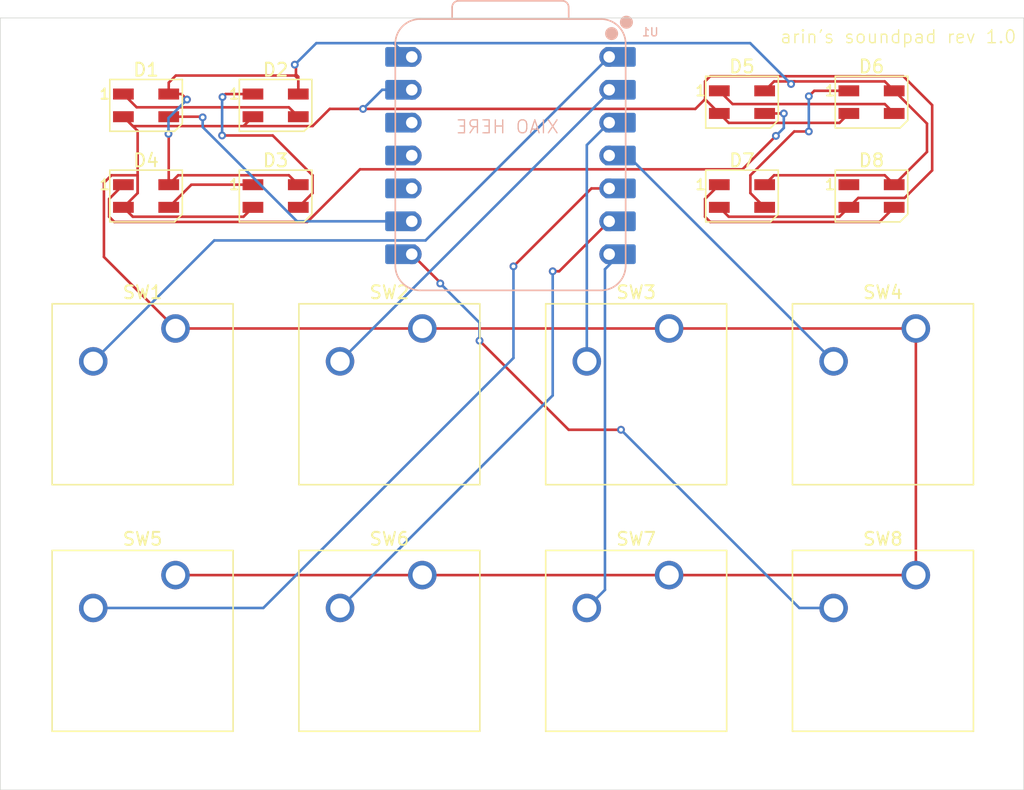
<source format=kicad_pcb>
(kicad_pcb (version 20241229) (generator "pcbnew") (generator_version "9.0")
  (layers (0 "F.Cu" signal) (2 "B.Cu" signal) (13 "F.Paste" user) (15 "B.Paste" user) (5 "F.SilkS" user "F.Silkscreen") (7 "B.SilkS" user "B.Silkscreen") (1 "F.Mask" user) (3 "B.Mask" user) (25 "Edge.Cuts" user))
  (net 0 "")
  (net 1 "VCC")
  (net 2 "Net-(D1-DOUT)")
  (net 3 "GND")
  (net 4 "Net-(D1-DIN)")
  (net 5 "Net-(D2-DOUT)")
  (net 6 "Net-(D3-DOUT)")
  (net 7 "Net-(D4-DOUT)")
  (net 8 "Net-(D5-DOUT)")
  (net 9 "Net-(D6-DOUT)")
  (net 10 "Net-(D7-DOUT)")
  (net 12 "Net-(U1-GPIO26{slash}ADC0{slash}A0)")
  (net 13 "Net-(U1-GPIO27{slash}ADC1{slash}A1)")
  (net 14 "Net-(U1-GPIO28{slash}ADC2{slash}A2)")
  (net 15 "Net-(U1-GPIO29{slash}ADC3{slash}A3)")
  (net 16 "Net-(U1-GPIO6{slash}SDA)")
  (net 17 "Net-(U1-GPIO7{slash}SCL)")
  (net 18 "Net-(U1-GPIO0{slash}TX)")
  (net 19 "Net-(U1-GPIO1{slash}RX)")
  (footprint "Button_Switch_Keyboard:SW_Cherry_MX_1.00u_PCB" (layer "F.Cu") (at 135.5725 66.3575)
    (property "Reference" "SW2" (at -2.54 -2.794 0) (layer "F.SilkS"))
    (property "Value" "SW_Push")
    (fp_line (start -9.525 -1.905) (end 4.445 -1.905) (stroke (width 0.12)) (layer "F.SilkS"))
    (fp_line (start -9.525 12.065) (end -9.525 -1.905) (stroke (width 0.12)) (layer "F.SilkS"))
    (fp_line (start 4.445 -1.905) (end 4.445 12.065) (stroke (width 0.12)) (layer "F.SilkS"))
    (fp_line (start 4.445 12.065) (end -9.525 12.065) (stroke (width 0.12)) (layer "F.SilkS"))
    (pad "" np_thru_hole circle (at -7.62 5.08) (size 1.7 1.7) (drill 1.7) (layers "*.Cu" "*.Mask"))
    (pad "" np_thru_hole circle (at -2.54 5.08) (size 4 4) (drill 4) (layers "*.Cu" "*.Mask"))
    (pad "" np_thru_hole circle (at 2.54 5.08) (size 1.7 1.7) (drill 1.7) (layers "*.Cu" "*.Mask"))
    (pad "1" thru_hole circle (at 0 0) (size 2.2 2.2) (drill 1.5) (layers "*.Cu" "*.Mask") (net 3 "GND"))
    (pad "2" thru_hole circle (at -6.35 2.54) (size 2.2 2.2) (drill 1.5) (layers "*.Cu" "*.Mask") (net 13 "Net-(U1-GPIO27{slash}ADC1{slash}A1)"))
  )
  (footprint "LED_SMD:LED_SK6812MINI_PLCC4_3.5x3.5mm_P1.75mm" (layer "F.Cu") (at 124.25 49.125)
    (property "Reference" "D2" (at 0 -2.75 0) (layer "F.SilkS"))
    (property "Value" "SK6812MINI")
    (fp_line (start -2.8 -2) (end -2.8 2) (stroke (width 0.12)) (layer "F.SilkS"))
    (fp_line (start -2.8 -2) (end 2.8 -2) (stroke (width 0.12)) (layer "F.SilkS"))
    (fp_line (start -2.8 2) (end 2.2 2) (stroke (width 0.12)) (layer "F.SilkS"))
    (fp_line (start 2.8 1.4) (end 2.2 2) (stroke (width 0.12)) (layer "F.SilkS"))
    (fp_line (start 2.8 1.4) (end 2.8 -2) (stroke (width 0.12)) (layer "F.SilkS"))
    (fp_text user "1" (at -3.2 -0.875 0) (layer "F.SilkS") (effects (font (size 0.8 0.8))))
    (pad "1" smd rect (at -1.75 -0.875) (size 1.6 0.85) (layers "F.Cu" "F.Mask" "F.Paste") (net 5 "Net-(D2-DOUT)"))
    (pad "2" smd rect (at -1.75 0.875) (size 1.6 0.85) (layers "F.Cu" "F.Mask" "F.Paste") (net 3 "GND"))
    (pad "3" smd rect (at 1.75 0.875) (size 1.6 0.85) (layers "F.Cu" "F.Mask" "F.Paste") (net 2 "Net-(D1-DOUT)"))
    (pad "4" smd rect (at 1.75 -0.875) (size 1.6 0.85) (layers "F.Cu" "F.Mask" "F.Paste") (net 1 "VCC"))
  )
  (footprint "LED_SMD:LED_SK6812MINI_PLCC4_3.5x3.5mm_P1.75mm" (layer "F.Cu") (at 170.25 48.875)
    (property "Reference" "D6" (at 0 -2.75 0) (layer "F.SilkS"))
    (property "Value" "SK6812MINI")
    (fp_line (start -2.8 -2) (end -2.8 2) (stroke (width 0.12)) (layer "F.SilkS"))
    (fp_line (start -2.8 -2) (end 2.8 -2) (stroke (width 0.12)) (layer "F.SilkS"))
    (fp_line (start -2.8 2) (end 2.2 2) (stroke (width 0.12)) (layer "F.SilkS"))
    (fp_line (start 2.8 1.4) (end 2.2 2) (stroke (width 0.12)) (layer "F.SilkS"))
    (fp_line (start 2.8 1.4) (end 2.8 -2) (stroke (width 0.12)) (layer "F.SilkS"))
    (fp_text user "1" (at -3.2 -0.875 0) (layer "F.SilkS") (effects (font (size 0.8 0.8))))
    (pad "1" smd rect (at -1.75 -0.875) (size 1.6 0.85) (layers "F.Cu" "F.Mask" "F.Paste") (net 9 "Net-(D6-DOUT)"))
    (pad "2" smd rect (at -1.75 0.875) (size 1.6 0.85) (layers "F.Cu" "F.Mask" "F.Paste") (net 3 "GND"))
    (pad "3" smd rect (at 1.75 0.875) (size 1.6 0.85) (layers "F.Cu" "F.Mask" "F.Paste") (net 8 "Net-(D5-DOUT)"))
    (pad "4" smd rect (at 1.75 -0.875) (size 1.6 0.85) (layers "F.Cu" "F.Mask" "F.Paste") (net 1 "VCC"))
  )
  (footprint "LED_SMD:LED_SK6812MINI_PLCC4_3.5x3.5mm_P1.75mm" (layer "F.Cu") (at 170.25 56.125)
    (property "Reference" "D8" (at 0 -2.75 0) (layer "F.SilkS"))
    (property "Value" "SK6812MINI")
    (fp_line (start -2.8 -2) (end -2.8 2) (stroke (width 0.12)) (layer "F.SilkS"))
    (fp_line (start -2.8 -2) (end 2.8 -2) (stroke (width 0.12)) (layer "F.SilkS"))
    (fp_line (start -2.8 2) (end 2.2 2) (stroke (width 0.12)) (layer "F.SilkS"))
    (fp_line (start 2.8 1.4) (end 2.2 2) (stroke (width 0.12)) (layer "F.SilkS"))
    (fp_line (start 2.8 1.4) (end 2.8 -2) (stroke (width 0.12)) (layer "F.SilkS"))
    (fp_text user "1" (at -3.2 -0.875 0) (layer "F.SilkS") (effects (font (size 0.8 0.8))))
    (pad "1" smd rect (at -1.75 -0.875) (size 1.6 0.85) (layers "F.Cu" "F.Mask" "F.Paste"))
    (pad "2" smd rect (at -1.75 0.875) (size 1.6 0.85) (layers "F.Cu" "F.Mask" "F.Paste") (net 3 "GND"))
    (pad "3" smd rect (at 1.75 0.875) (size 1.6 0.85) (layers "F.Cu" "F.Mask" "F.Paste") (net 10 "Net-(D7-DOUT)"))
    (pad "4" smd rect (at 1.75 -0.875) (size 1.6 0.85) (layers "F.Cu" "F.Mask" "F.Paste") (net 1 "VCC"))
  )
  (footprint "Button_Switch_Keyboard:SW_Cherry_MX_1.00u_PCB" (layer "F.Cu") (at 173.6725 66.3575)
    (property "Reference" "SW4" (at -2.54 -2.794 0) (layer "F.SilkS"))
    (property "Value" "SW_Push")
    (fp_line (start -9.525 -1.905) (end 4.445 -1.905) (stroke (width 0.12)) (layer "F.SilkS"))
    (fp_line (start -9.525 12.065) (end -9.525 -1.905) (stroke (width 0.12)) (layer "F.SilkS"))
    (fp_line (start 4.445 -1.905) (end 4.445 12.065) (stroke (width 0.12)) (layer "F.SilkS"))
    (fp_line (start 4.445 12.065) (end -9.525 12.065) (stroke (width 0.12)) (layer "F.SilkS"))
    (pad "" np_thru_hole circle (at -7.62 5.08) (size 1.7 1.7) (drill 1.7) (layers "*.Cu" "*.Mask"))
    (pad "" np_thru_hole circle (at -2.54 5.08) (size 4 4) (drill 4) (layers "*.Cu" "*.Mask"))
    (pad "" np_thru_hole circle (at 2.54 5.08) (size 1.7 1.7) (drill 1.7) (layers "*.Cu" "*.Mask"))
    (pad "1" thru_hole circle (at 0 0) (size 2.2 2.2) (drill 1.5) (layers "*.Cu" "*.Mask") (net 3 "GND"))
    (pad "2" thru_hole circle (at -6.35 2.54) (size 2.2 2.2) (drill 1.5) (layers "*.Cu" "*.Mask") (net 15 "Net-(U1-GPIO29{slash}ADC3{slash}A3)"))
  )
  (footprint "Button_Switch_Keyboard:SW_Cherry_MX_1.00u_PCB" (layer "F.Cu") (at 154.6225 85.4075)
    (property "Reference" "SW7" (at -2.54 -2.794 0) (layer "F.SilkS"))
    (property "Value" "SW_Push")
    (fp_line (start -9.525 -1.905) (end 4.445 -1.905) (stroke (width 0.12)) (layer "F.SilkS"))
    (fp_line (start -9.525 12.065) (end -9.525 -1.905) (stroke (width 0.12)) (layer "F.SilkS"))
    (fp_line (start 4.445 -1.905) (end 4.445 12.065) (stroke (width 0.12)) (layer "F.SilkS"))
    (fp_line (start 4.445 12.065) (end -9.525 12.065) (stroke (width 0.12)) (layer "F.SilkS"))
    (pad "" np_thru_hole circle (at -7.62 5.08) (size 1.7 1.7) (drill 1.7) (layers "*.Cu" "*.Mask"))
    (pad "" np_thru_hole circle (at -2.54 5.08) (size 4 4) (drill 4) (layers "*.Cu" "*.Mask"))
    (pad "" np_thru_hole circle (at 2.54 5.08) (size 1.7 1.7) (drill 1.7) (layers "*.Cu" "*.Mask"))
    (pad "1" thru_hole circle (at 0 0) (size 2.2 2.2) (drill 1.5) (layers "*.Cu" "*.Mask") (net 3 "GND"))
    (pad "2" thru_hole circle (at -6.35 2.54) (size 2.2 2.2) (drill 1.5) (layers "*.Cu" "*.Mask") (net 18 "Net-(U1-GPIO0{slash}TX)"))
  )
  (footprint "LED_SMD:LED_SK6812MINI_PLCC4_3.5x3.5mm_P1.75mm" (layer "F.Cu") (at 160.25 48.875)
    (property "Reference" "D5" (at 0 -2.75 0) (layer "F.SilkS"))
    (property "Value" "SK6812MINI")
    (fp_line (start -2.8 -2) (end -2.8 2) (stroke (width 0.12)) (layer "F.SilkS"))
    (fp_line (start -2.8 -2) (end 2.8 -2) (stroke (width 0.12)) (layer "F.SilkS"))
    (fp_line (start -2.8 2) (end 2.2 2) (stroke (width 0.12)) (layer "F.SilkS"))
    (fp_line (start 2.8 1.4) (end 2.2 2) (stroke (width 0.12)) (layer "F.SilkS"))
    (fp_line (start 2.8 1.4) (end 2.8 -2) (stroke (width 0.12)) (layer "F.SilkS"))
    (fp_text user "1" (at -3.2 -0.875 0) (layer "F.SilkS") (effects (font (size 0.8 0.8))))
    (pad "1" smd rect (at -1.75 -0.875) (size 1.6 0.85) (layers "F.Cu" "F.Mask" "F.Paste") (net 8 "Net-(D5-DOUT)"))
    (pad "2" smd rect (at -1.75 0.875) (size 1.6 0.85) (layers "F.Cu" "F.Mask" "F.Paste") (net 3 "GND"))
    (pad "3" smd rect (at 1.75 0.875) (size 1.6 0.85) (layers "F.Cu" "F.Mask" "F.Paste") (net 7 "Net-(D4-DOUT)"))
    (pad "4" smd rect (at 1.75 -0.875) (size 1.6 0.85) (layers "F.Cu" "F.Mask" "F.Paste") (net 1 "VCC"))
  )
  (footprint "Button_Switch_Keyboard:SW_Cherry_MX_1.00u_PCB" (layer "F.Cu") (at 116.5225 66.3575)
    (property "Reference" "SW1" (at -2.54 -2.794 0) (layer "F.SilkS"))
    (property "Value" "SW_Push")
    (fp_line (start -9.525 -1.905) (end 4.445 -1.905) (stroke (width 0.12)) (layer "F.SilkS"))
    (fp_line (start -9.525 12.065) (end -9.525 -1.905) (stroke (width 0.12)) (layer "F.SilkS"))
    (fp_line (start 4.445 -1.905) (end 4.445 12.065) (stroke (width 0.12)) (layer "F.SilkS"))
    (fp_line (start 4.445 12.065) (end -9.525 12.065) (stroke (width 0.12)) (layer "F.SilkS"))
    (pad "" np_thru_hole circle (at -7.62 5.08) (size 1.7 1.7) (drill 1.7) (layers "*.Cu" "*.Mask"))
    (pad "" np_thru_hole circle (at -2.54 5.08) (size 4 4) (drill 4) (layers "*.Cu" "*.Mask"))
    (pad "" np_thru_hole circle (at 2.54 5.08) (size 1.7 1.7) (drill 1.7) (layers "*.Cu" "*.Mask"))
    (pad "1" thru_hole circle (at 0 0) (size 2.2 2.2) (drill 1.5) (layers "*.Cu" "*.Mask") (net 3 "GND"))
    (pad "2" thru_hole circle (at -6.35 2.54) (size 2.2 2.2) (drill 1.5) (layers "*.Cu" "*.Mask") (net 12 "Net-(U1-GPIO26{slash}ADC0{slash}A0)"))
  )
  (footprint "Button_Switch_Keyboard:SW_Cherry_MX_1.00u_PCB" (layer "F.Cu") (at 173.6725 85.4075)
    (property "Reference" "SW8" (at -2.54 -2.794 0) (layer "F.SilkS"))
    (property "Value" "SW_Push")
    (fp_line (start -9.525 -1.905) (end 4.445 -1.905) (stroke (width 0.12)) (layer "F.SilkS"))
    (fp_line (start -9.525 12.065) (end -9.525 -1.905) (stroke (width 0.12)) (layer "F.SilkS"))
    (fp_line (start 4.445 -1.905) (end 4.445 12.065) (stroke (width 0.12)) (layer "F.SilkS"))
    (fp_line (start 4.445 12.065) (end -9.525 12.065) (stroke (width 0.12)) (layer "F.SilkS"))
    (pad "" np_thru_hole circle (at -7.62 5.08) (size 1.7 1.7) (drill 1.7) (layers "*.Cu" "*.Mask"))
    (pad "" np_thru_hole circle (at -2.54 5.08) (size 4 4) (drill 4) (layers "*.Cu" "*.Mask"))
    (pad "" np_thru_hole circle (at 2.54 5.08) (size 1.7 1.7) (drill 1.7) (layers "*.Cu" "*.Mask"))
    (pad "1" thru_hole circle (at 0 0) (size 2.2 2.2) (drill 1.5) (layers "*.Cu" "*.Mask") (net 3 "GND"))
    (pad "2" thru_hole circle (at -6.35 2.54) (size 2.2 2.2) (drill 1.5) (layers "*.Cu" "*.Mask") (net 19 "Net-(U1-GPIO1{slash}RX)"))
  )
  (footprint "LED_SMD:LED_SK6812MINI_PLCC4_3.5x3.5mm_P1.75mm" (layer "F.Cu") (at 160.25 56.125)
    (property "Reference" "D7" (at 0 -2.75 0) (layer "F.SilkS"))
    (property "Value" "SK6812MINI")
    (fp_line (start -2.8 -2) (end -2.8 2) (stroke (width 0.12)) (layer "F.SilkS"))
    (fp_line (start -2.8 -2) (end 2.8 -2) (stroke (width 0.12)) (layer "F.SilkS"))
    (fp_line (start -2.8 2) (end 2.2 2) (stroke (width 0.12)) (layer "F.SilkS"))
    (fp_line (start 2.8 1.4) (end 2.2 2) (stroke (width 0.12)) (layer "F.SilkS"))
    (fp_line (start 2.8 1.4) (end 2.8 -2) (stroke (width 0.12)) (layer "F.SilkS"))
    (fp_text user "1" (at -3.2 -0.875 0) (layer "F.SilkS") (effects (font (size 0.8 0.8))))
    (pad "1" smd rect (at -1.75 -0.875) (size 1.6 0.85) (layers "F.Cu" "F.Mask" "F.Paste") (net 10 "Net-(D7-DOUT)"))
    (pad "2" smd rect (at -1.75 0.875) (size 1.6 0.85) (layers "F.Cu" "F.Mask" "F.Paste") (net 3 "GND"))
    (pad "3" smd rect (at 1.75 0.875) (size 1.6 0.85) (layers "F.Cu" "F.Mask" "F.Paste") (net 9 "Net-(D6-DOUT)"))
    (pad "4" smd rect (at 1.75 -0.875) (size 1.6 0.85) (layers "F.Cu" "F.Mask" "F.Paste") (net 1 "VCC"))
  )
  (footprint "Button_Switch_Keyboard:SW_Cherry_MX_1.00u_PCB" (layer "F.Cu") (at 135.5725 85.4075)
    (property "Reference" "SW6" (at -2.54 -2.794 0) (layer "F.SilkS"))
    (property "Value" "SW_Push")
    (fp_line (start -9.525 -1.905) (end 4.445 -1.905) (stroke (width 0.12)) (layer "F.SilkS"))
    (fp_line (start -9.525 12.065) (end -9.525 -1.905) (stroke (width 0.12)) (layer "F.SilkS"))
    (fp_line (start 4.445 -1.905) (end 4.445 12.065) (stroke (width 0.12)) (layer "F.SilkS"))
    (fp_line (start 4.445 12.065) (end -9.525 12.065) (stroke (width 0.12)) (layer "F.SilkS"))
    (pad "" np_thru_hole circle (at -7.62 5.08) (size 1.7 1.7) (drill 1.7) (layers "*.Cu" "*.Mask"))
    (pad "" np_thru_hole circle (at -2.54 5.08) (size 4 4) (drill 4) (layers "*.Cu" "*.Mask"))
    (pad "" np_thru_hole circle (at 2.54 5.08) (size 1.7 1.7) (drill 1.7) (layers "*.Cu" "*.Mask"))
    (pad "1" thru_hole circle (at 0 0) (size 2.2 2.2) (drill 1.5) (layers "*.Cu" "*.Mask") (net 3 "GND"))
    (pad "2" thru_hole circle (at -6.35 2.54) (size 2.2 2.2) (drill 1.5) (layers "*.Cu" "*.Mask") (net 17 "Net-(U1-GPIO7{slash}SCL)"))
  )
  (footprint "Button_Switch_Keyboard:SW_Cherry_MX_1.00u_PCB" (layer "F.Cu") (at 116.5225 85.4075)
    (property "Reference" "SW5" (at -2.54 -2.794 0) (layer "F.SilkS"))
    (property "Value" "SW_Push")
    (fp_line (start -9.525 -1.905) (end 4.445 -1.905) (stroke (width 0.12)) (layer "F.SilkS"))
    (fp_line (start -9.525 12.065) (end -9.525 -1.905) (stroke (width 0.12)) (layer "F.SilkS"))
    (fp_line (start 4.445 -1.905) (end 4.445 12.065) (stroke (width 0.12)) (layer "F.SilkS"))
    (fp_line (start 4.445 12.065) (end -9.525 12.065) (stroke (width 0.12)) (layer "F.SilkS"))
    (pad "" np_thru_hole circle (at -7.62 5.08) (size 1.7 1.7) (drill 1.7) (layers "*.Cu" "*.Mask"))
    (pad "" np_thru_hole circle (at -2.54 5.08) (size 4 4) (drill 4) (layers "*.Cu" "*.Mask"))
    (pad "" np_thru_hole circle (at 2.54 5.08) (size 1.7 1.7) (drill 1.7) (layers "*.Cu" "*.Mask"))
    (pad "1" thru_hole circle (at 0 0) (size 2.2 2.2) (drill 1.5) (layers "*.Cu" "*.Mask") (net 3 "GND"))
    (pad "2" thru_hole circle (at -6.35 2.54) (size 2.2 2.2) (drill 1.5) (layers "*.Cu" "*.Mask") (net 16 "Net-(U1-GPIO6{slash}SDA)"))
  )
  (footprint "Button_Switch_Keyboard:SW_Cherry_MX_1.00u_PCB" (layer "F.Cu") (at 154.6225 66.3575)
    (property "Reference" "SW3" (at -2.54 -2.794 0) (layer "F.SilkS"))
    (property "Value" "SW_Push")
    (fp_line (start -9.525 -1.905) (end 4.445 -1.905) (stroke (width 0.12)) (layer "F.SilkS"))
    (fp_line (start -9.525 12.065) (end -9.525 -1.905) (stroke (width 0.12)) (layer "F.SilkS"))
    (fp_line (start 4.445 -1.905) (end 4.445 12.065) (stroke (width 0.12)) (layer "F.SilkS"))
    (fp_line (start 4.445 12.065) (end -9.525 12.065) (stroke (width 0.12)) (layer "F.SilkS"))
    (pad "" np_thru_hole circle (at -7.62 5.08) (size 1.7 1.7) (drill 1.7) (layers "*.Cu" "*.Mask"))
    (pad "" np_thru_hole circle (at -2.54 5.08) (size 4 4) (drill 4) (layers "*.Cu" "*.Mask"))
    (pad "" np_thru_hole circle (at 2.54 5.08) (size 1.7 1.7) (drill 1.7) (layers "*.Cu" "*.Mask"))
    (pad "1" thru_hole circle (at 0 0) (size 2.2 2.2) (drill 1.5) (layers "*.Cu" "*.Mask") (net 3 "GND"))
    (pad "2" thru_hole circle (at -6.35 2.54) (size 2.2 2.2) (drill 1.5) (layers "*.Cu" "*.Mask") (net 14 "Net-(U1-GPIO28{slash}ADC2{slash}A2)"))
  )
  (footprint "LED_SMD:LED_SK6812MINI_PLCC4_3.5x3.5mm_P1.75mm" (layer "F.Cu") (at 114.25 56.125)
    (property "Reference" "D4" (at 0 -2.75 0) (layer "F.SilkS"))
    (property "Value" "SK6812MINI")
    (fp_line (start -2.8 -2) (end -2.8 2) (stroke (width 0.12)) (layer "F.SilkS"))
    (fp_line (start -2.8 -2) (end 2.8 -2) (stroke (width 0.12)) (layer "F.SilkS"))
    (fp_line (start -2.8 2) (end 2.2 2) (stroke (width 0.12)) (layer "F.SilkS"))
    (fp_line (start 2.8 1.4) (end 2.2 2) (stroke (width 0.12)) (layer "F.SilkS"))
    (fp_line (start 2.8 1.4) (end 2.8 -2) (stroke (width 0.12)) (layer "F.SilkS"))
    (fp_text user "1" (at -3.2 -0.875 0) (layer "F.SilkS") (effects (font (size 0.8 0.8))))
    (pad "1" smd rect (at -1.75 -0.875) (size 1.6 0.85) (layers "F.Cu" "F.Mask" "F.Paste") (net 7 "Net-(D4-DOUT)"))
    (pad "2" smd rect (at -1.75 0.875) (size 1.6 0.85) (layers "F.Cu" "F.Mask" "F.Paste") (net 3 "GND"))
    (pad "3" smd rect (at 1.75 0.875) (size 1.6 0.85) (layers "F.Cu" "F.Mask" "F.Paste") (net 6 "Net-(D3-DOUT)"))
    (pad "4" smd rect (at 1.75 -0.875) (size 1.6 0.85) (layers "F.Cu" "F.Mask" "F.Paste") (net 1 "VCC"))
  )
  (footprint "LED_SMD:LED_SK6812MINI_PLCC4_3.5x3.5mm_P1.75mm" (layer "F.Cu") (at 114.25 49.125)
    (property "Reference" "D1" (at 0 -2.75 0) (layer "F.SilkS"))
    (property "Value" "SK6812MINI")
    (fp_line (start -2.8 -2) (end -2.8 2) (stroke (width 0.12)) (layer "F.SilkS"))
    (fp_line (start -2.8 -2) (end 2.8 -2) (stroke (width 0.12)) (layer "F.SilkS"))
    (fp_line (start -2.8 2) (end 2.2 2) (stroke (width 0.12)) (layer "F.SilkS"))
    (fp_line (start 2.8 1.4) (end 2.2 2) (stroke (width 0.12)) (layer "F.SilkS"))
    (fp_line (start 2.8 1.4) (end 2.8 -2) (stroke (width 0.12)) (layer "F.SilkS"))
    (fp_text user "1" (at -3.2 -0.875 0) (layer "F.SilkS") (effects (font (size 0.8 0.8))))
    (pad "1" smd rect (at -1.75 -0.875) (size 1.6 0.85) (layers "F.Cu" "F.Mask" "F.Paste") (net 2 "Net-(D1-DOUT)"))
    (pad "2" smd rect (at -1.75 0.875) (size 1.6 0.85) (layers "F.Cu" "F.Mask" "F.Paste") (net 3 "GND"))
    (pad "3" smd rect (at 1.75 0.875) (size 1.6 0.85) (layers "F.Cu" "F.Mask" "F.Paste") (net 4 "Net-(D1-DIN)"))
    (pad "4" smd rect (at 1.75 -0.875) (size 1.6 0.85) (layers "F.Cu" "F.Mask" "F.Paste") (net 1 "VCC"))
  )
  (footprint "LED_SMD:LED_SK6812MINI_PLCC4_3.5x3.5mm_P1.75mm" (layer "F.Cu") (at 124.25 56.125)
    (property "Reference" "D3" (at 0 -2.75 0) (layer "F.SilkS"))
    (property "Value" "SK6812MINI")
    (fp_line (start -2.8 -2) (end -2.8 2) (stroke (width 0.12)) (layer "F.SilkS"))
    (fp_line (start -2.8 -2) (end 2.8 -2) (stroke (width 0.12)) (layer "F.SilkS"))
    (fp_line (start -2.8 2) (end 2.2 2) (stroke (width 0.12)) (layer "F.SilkS"))
    (fp_line (start 2.8 1.4) (end 2.2 2) (stroke (width 0.12)) (layer "F.SilkS"))
    (fp_line (start 2.8 1.4) (end 2.8 -2) (stroke (width 0.12)) (layer "F.SilkS"))
    (fp_text user "1" (at -3.2 -0.875 0) (layer "F.SilkS") (effects (font (size 0.8 0.8))))
    (pad "1" smd rect (at -1.75 -0.875) (size 1.6 0.85) (layers "F.Cu" "F.Mask" "F.Paste") (net 6 "Net-(D3-DOUT)"))
    (pad "2" smd rect (at -1.75 0.875) (size 1.6 0.85) (layers "F.Cu" "F.Mask" "F.Paste") (net 3 "GND"))
    (pad "3" smd rect (at 1.75 0.875) (size 1.6 0.85) (layers "F.Cu" "F.Mask" "F.Paste") (net 5 "Net-(D2-DOUT)"))
    (pad "4" smd rect (at 1.75 -0.875) (size 1.6 0.85) (layers "F.Cu" "F.Mask" "F.Paste") (net 1 "VCC"))
  )
  (footprint "OPL Lib:XIAO-RP2040-DIP" (layer "B.Cu") (at 142.38 53 180)
    (property "Reference" "U1" (at -10.79 9.53 0) (layer "B.SilkS") (effects (font (size 0.635 0.635) (thickness 0.1016)) (justify mirror)))
    (property "Value" "XIAO-RP2040-DIP")
    (fp_line (start 8.89 -8.509) (end 8.89 8.636) (stroke (width 0.127)) (layer "B.SilkS"))
    (fp_line (start 6.985 10.541) (end -6.985 10.541) (stroke (width 0.1)) (layer "B.SilkS"))
    (fp_line (start 6.985 10.541) (end -6.985 10.541) (stroke (width 0.127)) (layer "B.SilkS"))
    (fp_line (start 4.504 11.451) (end 4.504 10.541) (stroke (width 0.127)) (layer "B.SilkS"))
    (fp_line (start -3.991272 11.951) (end 4.004 11.951) (stroke (width 0.127)) (layer "B.SilkS"))
    (fp_line (start -4.495 10.541) (end -4.491272 11.451272) (stroke (width 0.127)) (layer "B.SilkS"))
    (fp_line (start -6.985 -10.414) (end 6.985 -10.414) (stroke (width 0.127)) (layer "B.SilkS"))
    (fp_line (start -8.89 -8.509) (end -8.89 8.636) (stroke (width 0.127)) (layer "B.SilkS"))
    (fp_arc (start 8.89 8.636) (mid 8.332038 9.983038) (end 6.985 10.541) (stroke (width 0.127)) (layer "B.SilkS"))
    (fp_arc (start 6.985 -10.414) (mid 8.332038 -9.856038) (end 8.89 -8.509) (stroke (width 0.127)) (layer "B.SilkS"))
    (fp_arc (start 4.504 11.451) (mid 4.357553 11.804553) (end 4.004 11.951) (stroke (width 0.127)) (layer "B.SilkS"))
    (fp_arc (start -3.991272 11.951) (mid -4.344724 11.804644) (end -4.491272 11.451272) (stroke (width 0.127)) (layer "B.SilkS"))
    (fp_arc (start -6.985 10.541) (mid -8.332038 9.983038) (end -8.89 8.636) (stroke (width 0.127)) (layer "B.SilkS"))
    (fp_arc (start -8.89 -8.509) (mid -8.332038 -9.856038) (end -6.985 -10.414) (stroke (width 0.127)) (layer "B.SilkS"))
    (fp_circle (center -7.807 9.42) (end -7.807 9.674) (stroke (width 0.5)) (fill yes) (layer "B.SilkS"))
    (fp_circle (center -8.95 10.3) (end -8.95 10.554) (stroke (width 0.5)) (fill yes) (layer "B.SilkS"))
    (pad "1" smd roundrect (at -8.455 7.62) (size 2.432 1.524) (layers "B.Cu" "B.Mask") (roundrect_rratio 0.1) (net 12 "Net-(U1-GPIO26{slash}ADC0{slash}A0)"))
    (pad "1" thru_hole circle (at -7.62 7.62) (size 1.524 1.524) (drill 0.889) (layers "*.Cu" "*.Mask") (net 12 "Net-(U1-GPIO26{slash}ADC0{slash}A0)"))
    (pad "2" smd roundrect (at -8.455 5.08) (size 2.432 1.524) (layers "B.Cu" "B.Mask") (roundrect_rratio 0.1) (net 13 "Net-(U1-GPIO27{slash}ADC1{slash}A1)"))
    (pad "2" thru_hole circle (at -7.62 5.08) (size 1.524 1.524) (drill 0.889) (layers "*.Cu" "*.Mask") (net 13 "Net-(U1-GPIO27{slash}ADC1{slash}A1)"))
    (pad "3" smd roundrect (at -8.455 2.54) (size 2.432 1.524) (layers "B.Cu" "B.Mask") (roundrect_rratio 0.1) (net 14 "Net-(U1-GPIO28{slash}ADC2{slash}A2)"))
    (pad "3" thru_hole circle (at -7.62 2.54) (size 1.524 1.524) (drill 0.889) (layers "*.Cu" "*.Mask") (net 14 "Net-(U1-GPIO28{slash}ADC2{slash}A2)"))
    (pad "4" smd roundrect (at -8.455 0) (size 2.432 1.524) (layers "B.Cu" "B.Mask") (roundrect_rratio 0.1) (net 15 "Net-(U1-GPIO29{slash}ADC3{slash}A3)"))
    (pad "4" thru_hole circle (at -7.62 0) (size 1.524 1.524) (drill 0.889) (layers "*.Cu" "*.Mask") (net 15 "Net-(U1-GPIO29{slash}ADC3{slash}A3)"))
    (pad "5" smd roundrect (at -8.455 -2.54) (size 2.432 1.524) (layers "B.Cu" "B.Mask") (roundrect_rratio 0.1) (net 16 "Net-(U1-GPIO6{slash}SDA)"))
    (pad "5" thru_hole circle (at -7.62 -2.54) (size 1.524 1.524) (drill 0.889) (layers "*.Cu" "*.Mask") (net 16 "Net-(U1-GPIO6{slash}SDA)"))
    (pad "6" smd roundrect (at -8.455 -5.08) (size 2.432 1.524) (layers "B.Cu" "B.Mask") (roundrect_rratio 0.1) (net 17 "Net-(U1-GPIO7{slash}SCL)"))
    (pad "6" thru_hole circle (at -7.62 -5.08) (size 1.524 1.524) (drill 0.889) (layers "*.Cu" "*.Mask") (net 17 "Net-(U1-GPIO7{slash}SCL)"))
    (pad "7" smd roundrect (at -8.455 -7.62) (size 2.432 1.524) (layers "B.Cu" "B.Mask") (roundrect_rratio 0.1) (net 18 "Net-(U1-GPIO0{slash}TX)"))
    (pad "7" thru_hole circle (at -7.62 -7.62) (size 1.524 1.524) (drill 0.889) (layers "*.Cu" "*.Mask") (net 18 "Net-(U1-GPIO0{slash}TX)"))
    (pad "8" thru_hole circle (at 7.62 -7.62 180) (size 1.524 1.524) (drill 0.889) (layers "*.Cu" "*.Mask") (net 19 "Net-(U1-GPIO1{slash}RX)"))
    (pad "8" smd roundrect (at 8.455 -7.62 180) (size 2.432 1.524) (layers "B.Cu" "B.Mask") (roundrect_rratio 0.1) (net 19 "Net-(U1-GPIO1{slash}RX)"))
    (pad "9" thru_hole circle (at 7.62 -5.08 180) (size 1.524 1.524) (drill 0.889) (layers "*.Cu" "*.Mask") (net 4 "Net-(D1-DIN)"))
    (pad "9" smd roundrect (at 8.455 -5.08 180) (size 2.432 1.524) (layers "B.Cu" "B.Mask") (roundrect_rratio 0.1) (net 4 "Net-(D1-DIN)"))
    (pad "10" thru_hole circle (at 7.62 -2.54 180) (size 1.524 1.524) (drill 0.889) (layers "*.Cu" "*.Mask"))
    (pad "10" smd roundrect (at 8.455 -2.54 180) (size 2.432 1.524) (layers "B.Cu" "B.Mask") (roundrect_rratio 0.1))
    (pad "11" thru_hole circle (at 7.62 0 180) (size 1.524 1.524) (drill 0.889) (layers "*.Cu" "*.Mask"))
    (pad "11" smd roundrect (at 8.455 0 180) (size 2.432 1.524) (layers "B.Cu" "B.Mask") (roundrect_rratio 0.1))
    (pad "12" thru_hole circle (at 7.62 2.54 180) (size 1.524 1.524) (drill 0.889) (layers "*.Cu" "*.Mask"))
    (pad "12" smd roundrect (at 8.455 2.54 180) (size 2.432 1.524) (layers "B.Cu" "B.Mask") (roundrect_rratio 0.1))
    (pad "13" thru_hole circle (at 7.62 5.08 180) (size 1.524 1.524) (drill 0.889) (layers "*.Cu" "*.Mask") (net 3 "GND"))
    (pad "13" smd roundrect (at 8.455 5.08 180) (size 2.432 1.524) (layers "B.Cu" "B.Mask") (roundrect_rratio 0.1) (net 3 "GND"))
    (pad "14" thru_hole circle (at 7.62 7.62 180) (size 1.524 1.524) (drill 0.889) (layers "*.Cu" "*.Mask") (net 1 "VCC"))
    (pad "14" smd roundrect (at 8.455 7.62 180) (size 2.432 1.524) (layers "B.Cu" "B.Mask") (roundrect_rratio 0.1) (net 1 "VCC"))
  )
  (gr_rect (start 103 42.37) (end 182 102) (stroke (width 0.05)) (fill no) (layer "Edge.Cuts"))
  (gr_text "arin's soundpad rev 1.0\n" (at 163.13 44.41 0) (layer "F.SilkS") (effects (font (size 1 1) (thickness 0.1)) (justify left bottom)))
  (gr_text "XIAO HERE" (at 146.18 51.37 0) (layer "B.SilkS") (effects (font (size 1 1) (thickness 0.1)) (justify left bottom mirror)))
  (segment (start 116 48.25) (end 116.07 48.25) (width 0.2) (layer "F.Cu") (net 1))
  (segment (start 162.726 47.274) (end 164.33 47.274) (width 0.2) (layer "F.Cu") (net 1))
  (segment (start 164.33 47.274) (end 164.239 47.274) (width 0.2) (layer "F.Cu") (net 1))
  (segment (start 126 46.91) (end 126 48.25) (width 0.2) (layer "F.Cu") (net 1))
  (segment (start 116 55.25) (end 116.726 54.524) (width 0.2) (layer "F.Cu") (net 1))
  (segment (start 162 48) (end 162.726 47.274) (width 0.2) (layer "F.Cu") (net 1))
  (segment (start 125.73 45.98) (end 125.82 46.07) (width 0.2) (layer "F.Cu") (net 1))
  (segment (start 164.239 47.274) (end 164.04 47.473) (width 0.2) (layer "F.Cu") (net 1))
  (segment (start 116.726 54.524) (end 125.274 54.524) (width 0.2) (layer "F.Cu") (net 1))
  (segment (start 125.82 46.73) (end 126 46.91) (width 0.2) (layer "F.Cu") (net 1))
  (segment (start 116 48.08) (end 116 47.37) (width 0.2) (layer "F.Cu") (net 1))
  (segment (start 116.12 48.2) (end 116 48.08) (width 0.2) (layer "F.Cu") (net 1))
  (segment (start 116.986 48.25) (end 117.41 48.674) (width 0.2) (layer "F.Cu") (net 1))
  (segment (start 125.82 46.07) (end 125.82 46.73) (width 0.2) (layer "F.Cu") (net 1))
  (segment (start 116.07 48.25) (end 116.12 48.2) (width 0.2) (layer "F.Cu") (net 1))
  (segment (start 162.726 54.524) (end 171.274 54.524) (width 0.2) (layer "F.Cu") (net 1))
  (segment (start 174.53 50.53) (end 172 48) (width 0.2) (layer "F.Cu") (net 1))
  (segment (start 172 55.25) (end 174.53 52.72) (width 0.2) (layer "F.Cu") (net 1))
  (segment (start 171.274 54.524) (end 172 55.25) (width 0.2) (layer "F.Cu") (net 1))
  (segment (start 164.33 47.274) (end 171.274 47.274) (width 0.2) (layer "F.Cu") (net 1))
  (segment (start 125.274 54.524) (end 126 55.25) (width 0.2) (layer "F.Cu") (net 1))
  (segment (start 126 47.13) (end 126 48.25) (width 0.2) (layer "F.Cu") (net 1))
  (segment (start 116 48.25) (end 116.986 48.25) (width 0.2) (layer "F.Cu") (net 1))
  (segment (start 116 51.346) (end 115.98 51.326) (width 0.2) (layer "F.Cu") (net 1))
  (segment (start 174.53 52.72) (end 174.53 50.53) (width 0.2) (layer "F.Cu") (net 1))
  (segment (start 171.274 47.274) (end 172 48) (width 0.2) (layer "F.Cu") (net 1))
  (segment (start 162 55.25) (end 162.726 54.524) (width 0.2) (layer "F.Cu") (net 1))
  (segment (start 116 47.37) (end 116.55 46.82) (width 0.2) (layer "F.Cu") (net 1))
  (segment (start 125.73 46.82) (end 126.02 47.11) (width 0.2) (layer "F.Cu") (net 1))
  (segment (start 116 55.25) (end 116 51.346) (width 0.2) (layer "F.Cu") (net 1))
  (segment (start 126.02 47.11) (end 126 47.13) (width 0.2) (layer "F.Cu") (net 1))
  (segment (start 116.55 46.82) (end 125.73 46.82) (width 0.2) (layer "F.Cu") (net 1))
  (via (at 115.98 51.326) (size 0.6) (drill 0.3) (layers "F.Cu" "B.Cu") (net 1))
  (via (at 117.41 48.674) (size 0.6) (drill 0.3) (layers "F.Cu" "B.Cu") (net 1))
  (via (at 125.73 45.98) (size 0.6) (drill 0.3) (layers "F.Cu" "B.Cu") (net 1))
  (via (at 164.04 47.473) (size 0.6) (drill 0.3) (layers "F.Cu" "B.Cu") (net 1))
  (segment (start 133.925 44.872) (end 133.37 44.317) (width 0.2) (layer "B.Cu") (net 1))
  (segment (start 133.37 44.317) (end 127.393 44.317) (width 0.2) (layer "B.Cu") (net 1))
  (segment (start 133.925 45.38) (end 133.925 44.872) (width 0.2) (layer "B.Cu") (net 1))
  (segment (start 160.884 44.317) (end 133.37 44.317) (width 0.2) (layer "B.Cu") (net 1))
  (segment (start 115.98 51.326) (end 115.98 50.104) (width 0.2) (layer "B.Cu") (net 1))
  (segment (start 115.98 50.104) (end 117.374 48.71) (width 0.2) (layer "B.Cu") (net 1))
  (segment (start 117.42 48.7) (end 117.42 48.684) (width 0.2) (layer "B.Cu") (net 1))
  (segment (start 164.04 47.473) (end 160.884 44.317) (width 0.2) (layer "B.Cu") (net 1))
  (segment (start 117.374 48.71) (end 117.41 48.71) (width 0.2) (layer "B.Cu") (net 1))
  (segment (start 127.393 44.317) (end 125.73 45.98) (width 0.2) (layer "B.Cu") (net 1))
  (segment (start 117.41 48.71) (end 117.42 48.7) (width 0.2) (layer "B.Cu") (net 1))
  (segment (start 117.42 48.684) (end 117.41 48.674) (width 0.2) (layer "B.Cu") (net 1))
  (segment (start 125.274 49.274) (end 113.524 49.274) (width 0.2) (layer "F.Cu") (net 2))
  (segment (start 113.524 49.274) (end 112.5 48.25) (width 0.2) (layer "F.Cu") (net 2))
  (segment (start 126 50) (end 125.274 49.274) (width 0.2) (layer "F.Cu") (net 2))
  (segment (start 112.5 57) (end 113.601 55.899) (width 0.2) (layer "F.Cu") (net 3))
  (segment (start 110.998 55.102) (end 110.998 60.833) (width 0.2) (layer "F.Cu") (net 3))
  (segment (start 113.226 57.726) (end 121.774 57.726) (width 0.2) (layer "F.Cu") (net 3))
  (segment (start 116.5225 66.3575) (end 135.5725 66.3575) (width 0.2) (layer "F.Cu") (net 3))
  (segment (start 159.226 50.476) (end 158.5 49.75) (width 0.2) (layer "F.Cu") (net 3))
  (segment (start 116.5225 85.4075) (end 135.5725 85.4075) (width 0.2) (layer "F.Cu") (net 3))
  (segment (start 157.399 48.649) (end 158.5 49.75) (width 0.2) (layer "F.Cu") (net 3))
  (segment (start 157.8 46.873) (end 157.399 47.274) (width 0.2) (layer "F.Cu") (net 3))
  (segment (start 135.5725 66.3575) (end 154.6225 66.3575) (width 0.2) (layer "F.Cu") (net 3))
  (segment (start 135.5725 85.4075) (end 154.6225 85.4075) (width 0.2) (layer "F.Cu") (net 3))
  (segment (start 111.576 54.524) (end 110.998 55.102) (width 0.2) (layer "F.Cu") (net 3))
  (segment (start 159.226 57.726) (end 167.774 57.726) (width 0.2) (layer "F.Cu") (net 3))
  (segment (start 156.651 49.397) (end 131 49.397) (width 0.2) (layer "F.Cu") (net 3))
  (segment (start 157.399 47.274) (end 157.399 48.649) (width 0.2) (layer "F.Cu") (net 3))
  (segment (start 157.399 48.649) (end 156.651 49.397) (width 0.2) (layer "F.Cu") (net 3))
  (segment (start 167.774 50.476) (end 159.226 50.476) (width 0.2) (layer "F.Cu") (net 3))
  (segment (start 110.998 60.833) (end 116.5225 66.3575) (width 0.2) (layer "F.Cu") (net 3))
  (segment (start 154.6225 66.3575) (end 173.6725 66.3575) (width 0.2) (layer "F.Cu") (net 3))
  (segment (start 154.6225 85.4075) (end 173.6725 85.4075) (width 0.2) (layer "F.Cu") (net 3))
  (segment (start 113.601 51.101) (end 113.601 55.899) (width 0.2) (layer "F.Cu") (net 3))
  (segment (start 158.5 57) (end 159.226 57.726) (width 0.2) (layer "F.Cu") (net 3))
  (segment (start 122.5 50) (end 121.774 50.726) (width 0.2) (layer "F.Cu") (net 3))
  (segment (start 174.931 54.146) (end 174.931 49.104) (width 0.2) (layer "F.Cu") (net 3))
  (segment (start 121.774 50.726) (end 113.226 50.726) (width 0.2) (layer "F.Cu") (net 3))
  (segment (start 121.774 57.726) (end 122.5 57) (width 0.2) (layer "F.Cu") (net 3))
  (segment (start 131 49.397) (end 128.43 49.397) (width 0.2) (layer "F.Cu") (net 3))
  (segment (start 174.931 49.104) (end 172.7 46.873) (width 0.2) (layer "F.Cu") (net 3))
  (segment (start 128.43 49.397) (end 127.101 50.726) (width 0.2) (layer "F.Cu") (net 3))
  (segment (start 113.601 55.899) (end 113.601 54.524) (width 0.2) (layer "F.Cu") (net 3))
  (segment (start 173.6725 85.4075) (end 173.6725 66.3575) (width 0.2) (layer "F.Cu") (net 3))
  (segment (start 112.5 50) (end 113.601 51.101) (width 0.2) (layer "F.Cu") (net 3))
  (segment (start 172.7 46.873) (end 157.8 46.873) (width 0.2) (layer "F.Cu") (net 3))
  (segment (start 112.5 57) (end 113.226 57.726) (width 0.2) (layer "F.Cu") (net 3))
  (segment (start 127.101 50.726) (end 121.774 50.726) (width 0.2) (layer "F.Cu") (net 3))
  (segment (start 167.774 57.726) (end 168.5 57) (width 0.2) (layer "F.Cu") (net 3))
  (segment (start 113.226 50.726) (end 112.5 50) (width 0.2) (layer "F.Cu") (net 3))
  (segment (start 168.5 49.75) (end 167.774 50.476) (width 0.2) (layer "F.Cu") (net 3))
  (segment (start 169.226 56.274) (end 172.803 56.274) (width 0.2) (layer "F.Cu") (net 3))
  (segment (start 172.803 56.274) (end 174.931 54.146) (width 0.2) (layer "F.Cu") (net 3))
  (segment (start 168.5 57) (end 169.226 56.274) (width 0.2) (layer "F.Cu") (net 3))
  (segment (start 113.601 54.524) (end 111.576 54.524) (width 0.2) (layer "F.Cu") (net 3))
  (via (at 131 49.397) (size 0.6) (drill 0.3) (layers "F.Cu" "B.Cu") (net 3))
  (segment (start 132.477 47.92) (end 131 49.397) (width 0.2) (layer "B.Cu") (net 3))
  (segment (start 133.925 47.92) (end 132.477 47.92) (width 0.2) (layer "B.Cu") (net 3))
  (segment (start 116 50) (end 118.57 50) (width 0.2) (layer "F.Cu") (net 4))
  (segment (start 118.57 50) (end 118.62 50.05) (width 0.2) (layer "F.Cu") (net 4))
  (via (at 118.62 50.05) (size 0.6) (drill 0.3) (layers "F.Cu" "B.Cu") (net 4))
  (segment (start 118.62 50.799943) (end 125.900057 58.08) (width 0.2) (layer "B.Cu") (net 4))
  (segment (start 118.62 50.05) (end 118.62 50.799943) (width 0.2) (layer "B.Cu") (net 4))
  (segment (start 125.900057 58.08) (end 133.925 58.08) (width 0.2) (layer "B.Cu") (net 4))
  (segment (start 126 57) (end 127.101 55.899) (width 0.2) (layer "F.Cu") (net 5))
  (segment (start 127.101 55.899) (end 127.101 54.524) (width 0.2) (layer "F.Cu") (net 5))
  (segment (start 120.15 48.48) (end 120.38 48.25) (width 0.2) (layer "F.Cu") (net 5))
  (segment (start 120.38 48.25) (end 122.5 48.25) (width 0.2) (layer "F.Cu") (net 5))
  (segment (start 127.101 54.524) (end 124.027 51.45) (width 0.2) (layer "F.Cu") (net 5))
  (segment (start 124.027 51.45) (end 120.12 51.45) (width 0.2) (layer "F.Cu") (net 5))
  (via (at 120.15 48.48) (size 0.6) (drill 0.3) (layers "F.Cu" "B.Cu") (net 5))
  (via (at 120.12 51.45) (size 0.6) (drill 0.3) (layers "F.Cu" "B.Cu") (net 5))
  (segment (start 120.12 51.45) (end 120.12 48.51) (width 0.2) (layer "B.Cu") (net 5))
  (segment (start 120.12 48.51) (end 120.15 48.48) (width 0.2) (layer "B.Cu") (net 5))
  (segment (start 117.75 55.25) (end 116 57) (width 0.2) (layer "F.Cu") (net 6))
  (segment (start 122.5 55.25) (end 117.75 55.25) (width 0.2) (layer "F.Cu") (net 6))
  (segment (start 111.399 56.351) (end 112.5 55.25) (width 0.2) (layer "F.Cu") (net 7))
  (segment (start 162 49.75) (end 163.48 49.75) (width 0.2) (layer "F.Cu") (net 7))
  (segment (start 111.8 58.127) (end 111.399 57.726) (width 0.2) (layer "F.Cu") (net 7))
  (segment (start 162.87 51.48) (end 160.287 54.063) (width 0.2) (layer "F.Cu") (net 7))
  (segment (start 126.7 58.127) (end 111.8 58.127) (width 0.2) (layer "F.Cu") (net 7))
  (segment (start 130.764 54.063) (end 126.7 58.127) (width 0.2) (layer "F.Cu") (net 7))
  (segment (start 160.287 54.063) (end 130.764 54.063) (width 0.2) (layer "F.Cu") (net 7))
  (segment (start 111.399 57.726) (end 111.399 56.351) (width 0.2) (layer "F.Cu") (net 7))
  (via (at 162.87 51.48) (size 0.6) (drill 0.3) (layers "F.Cu" "B.Cu") (net 7))
  (via (at 163.48 49.75) (size 0.6) (drill 0.3) (layers "F.Cu" "B.Cu") (net 7))
  (segment (start 163.48 50.87) (end 162.87 51.48) (width 0.2) (layer "B.Cu") (net 7))
  (segment (start 163.48 49.75) (end 163.48 50.87) (width 0.2) (layer "B.Cu") (net 7))
  (segment (start 172 49.75) (end 171.274 49.024) (width 0.2) (layer "F.Cu") (net 8))
  (segment (start 171.274 49.024) (end 159.524 49.024) (width 0.2) (layer "F.Cu") (net 8))
  (segment (start 159.524 49.024) (end 158.5 48) (width 0.2) (layer "F.Cu") (net 8))
  (segment (start 160.899 54.524) (end 164.283 51.14) (width 0.2) (layer "F.Cu") (net 9))
  (segment (start 165.41 48.42) (end 165.83 48) (width 0.2) (layer "F.Cu") (net 9))
  (segment (start 160.899 55.899) (end 160.899 54.524) (width 0.2) (layer "F.Cu") (net 9))
  (segment (start 162 57) (end 160.899 55.899) (width 0.2) (layer "F.Cu") (net 9))
  (segment (start 164.283 51.14) (end 165.41 51.14) (width 0.2) (layer "F.Cu") (net 9))
  (segment (start 165.83 48) (end 168.5 48) (width 0.2) (layer "F.Cu") (net 9))
  (via (at 165.41 51.14) (size 0.6) (drill 0.3) (layers "F.Cu" "B.Cu") (net 9))
  (via (at 165.41 48.42) (size 0.6) (drill 0.3) (layers "F.Cu" "B.Cu") (net 9))
  (segment (start 165.41 51.14) (end 165.41 48.42) (width 0.2) (layer "B.Cu") (net 9))
  (segment (start 157.399 56.351) (end 158.5 55.25) (width 0.2) (layer "F.Cu") (net 10))
  (segment (start 170.873 58.127) (end 157.8 58.127) (width 0.2) (layer "F.Cu") (net 10))
  (segment (start 157.399 57.726) (end 157.399 56.351) (width 0.2) (layer "F.Cu") (net 10))
  (segment (start 172 57) (end 170.873 58.127) (width 0.2) (layer "F.Cu") (net 10))
  (segment (start 157.8 58.127) (end 157.399 57.726) (width 0.2) (layer "F.Cu") (net 10))
  (segment (start 119.513 59.557) (end 135.823 59.557) (width 0.2) (layer "B.Cu") (net 12))
  (segment (start 110.1725 68.8975) (end 119.513 59.557) (width 0.2) (layer "B.Cu") (net 12))
  (segment (start 135.823 59.557) (end 150 45.38) (width 0.2) (layer "B.Cu") (net 12))
  (segment (start 150 48.12) (end 150 47.92) (width 0.2) (layer "B.Cu") (net 13))
  (segment (start 129.2225 68.8975) (end 150 48.12) (width 0.2) (layer "B.Cu") (net 13))
  (segment (start 148.2725 68.8975) (end 148.2725 52.1875) (width 0.2) (layer "B.Cu") (net 14))
  (segment (start 148.2725 52.1875) (end 150 50.46) (width 0.2) (layer "B.Cu") (net 14))
  (segment (start 151.425 53) (end 150.835 53) (width 0.2) (layer "B.Cu") (net 15))
  (segment (start 167.3225 68.8975) (end 151.425 53) (width 0.2) (layer "B.Cu") (net 15))
  (segment (start 148.63 55.54) (end 150 55.54) (width 0.2) (layer "F.Cu") (net 16))
  (segment (start 142.61 61.56) (end 148.63 55.54) (width 0.2) (layer "F.Cu") (net 16))
  (via (at 142.61 61.56) (size 0.6) (drill 0.3) (layers "F.Cu" "B.Cu") (net 16))
  (segment (start 142.61 68.63847) (end 142.61 61.56) (width 0.2) (layer "B.Cu") (net 16))
  (segment (start 123.30097 87.9475) (end 142.61 68.63847) (width 0.2) (layer "B.Cu") (net 16))
  (segment (start 110.1725 87.9475) (end 123.30097 87.9475) (width 0.2) (layer "B.Cu") (net 16))
  (segment (start 145.64 61.94) (end 146.14 61.94) (width 0.2) (layer "F.Cu") (net 17))
  (segment (start 146.14 61.94) (end 150 58.08) (width 0.2) (layer "F.Cu") (net 17))
  (via (at 145.64 61.94) (size 0.6) (drill 0.3) (layers "F.Cu" "B.Cu") (net 17))
  (segment (start 145.64 71.53) (end 145.64 61.94) (width 0.2) (layer "B.Cu") (net 17))
  (segment (start 129.2225 87.9475) (end 145.64 71.53) (width 0.2) (layer "B.Cu") (net 17))
  (segment (start 149.6735 61.7815) (end 150.835 60.62) (width 0.2) (layer "B.Cu") (net 18))
  (segment (start 149.6735 86.5465) (end 149.6735 61.7815) (width 0.2) (layer "B.Cu") (net 18))
  (segment (start 148.2725 87.9475) (end 149.6735 86.5465) (width 0.2) (layer "B.Cu") (net 18))
  (segment (start 136.9 62.76) (end 134.76 60.62) (width 0.2) (layer "F.Cu") (net 19))
  (segment (start 136.9 62.82) (end 136.9 62.76) (width 0.2) (layer "F.Cu") (net 19))
  (segment (start 136.96 62.88) (end 136.9 62.82) (width 0.2) (layer "F.Cu") (net 19))
  (segment (start 150.91 74.18) (end 146.87 74.18) (width 0.2) (layer "F.Cu") (net 19))
  (segment (start 146.87 74.18) (end 139.99 67.3) (width 0.2) (layer "F.Cu") (net 19))
  (via (at 136.96 62.88) (size 0.6) (drill 0.3) (layers "F.Cu" "B.Cu") (net 19))
  (via (at 139.99 67.3) (size 0.6) (drill 0.3) (layers "F.Cu" "B.Cu") (net 19))
  (via (at 150.91 74.18) (size 0.6) (drill 0.3) (layers "F.Cu" "B.Cu") (net 19))
  (segment (start 139.99 65.91) (end 136.96 62.88) (width 0.2) (layer "B.Cu") (net 19))
  (segment (start 167.3225 87.9475) (end 164.6775 87.9475) (width 0.2) (layer "B.Cu") (net 19))
  (segment (start 164.6775 87.9475) (end 150.91 74.18) (width 0.2) (layer "B.Cu") (net 19))
  (segment (start 139.99 67.3) (end 139.99 65.91) (width 0.2) (layer "B.Cu") (net 19))
)
</source>
